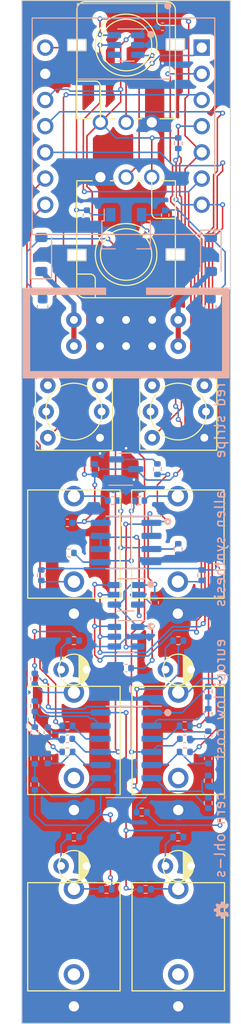
<source format=kicad_pcb>
(kicad_pcb (version 20221018) (generator pcbnew)
  (layers (0 "F.Cu" signal) (31 "B.Cu" signal) (34 "B.Paste" user) (35 "F.Paste" user) (36 "B.SilkS" user "B.Silkscreen") (37 "F.SilkS" user "F.Silkscreen") (38 "B.Mask" user) (39 "F.Mask" user) (44 "Edge.Cuts" user))
  (net 0 "")
  (net 1 "+12V")
  (net 2 "Earth")
  (net 3 "-12V")
  (net 4 "Net-(U1A-+)")
  (net 5 "Net-(U1C-+)")
  (net 6 "Net-(U1B-+)")
  (net 7 "Net-(U1D-+)")
  (net 8 "+3V3")
  (net 9 "Net-(D2-A)")
  (net 10 "Net-(D3-K)")
  (net 12 "Net-(J4-T)")
  (net 14 "Net-(J5-T)")
  (net 16 "Net-(J6-T)")
  (net 18 "Net-(J7-T)")
  (net 19 "Net-(J8-TN)")
  (net 20 "Net-(J8-T)")
  (net 21 "Net-(J9-TN)")
  (net 22 "Net-(J9-T)")
  (net 23 "Net-(LED1-A)")
  (net 24 "Net-(LED2-A)")
  (net 25 "Net-(LED3-A)")
  (net 26 "Net-(LED4-A)")
  (net 27 "KNOB_1")
  (net 28 "KNOB_2")
  (net 29 "OUTPUT_1")
  (net 30 "OUTPUT_3")
  (net 31 "Net-(U1A--)")
  (net 32 "Net-(U1C--)")
  (net 33 "Net-(R5-Pad2)")
  (net 34 "Net-(R10-Pad2)")
  (net 35 "OUTPUT_2")
  (net 36 "OUTPUT_4")
  (net 37 "Net-(U1B--)")
  (net 38 "Net-(U1D--)")
  (net 39 "Net-(R15-Pad2)")
  (net 40 "Net-(R16-Pad2)")
  (net 41 "INPUT_DETECT")
  (net 42 "Net-(U2A-+)")
  (net 43 "Net-(U2B-+)")
  (net 44 "BUTTON_1")
  (net 45 "BUTTON_2")
  (net 50 "Net-(U2A--)")
  (net 51 "Net-(U2B--)")
  (net 56 "+5V")
  (net 57 "Net-(Q1-B)")
  (net 58 "DIGITAL_INPUT")
  (net 59 "ADC_SDA")
  (net 60 "ADC_SCL")
  (footprint "allen-synthesis:jack-thonkiconn-mono" (layer "F.Cu") (at 5.08 91.583 90)
    (fp_text reference "J5" hide)
    (fp_text value "Thonkiconn")
  )
  (footprint "allen-synthesis:led-3mm" (layer "F.Cu") (at 5.08 83.963)
    (fp_text reference "LED2" hide)
    (fp_text value "LED" hide)
  )
  (footprint "allen-synthesis:led-3mm" (layer "F.Cu") (at 15.24 64.913)
    (fp_text reference "LED3" hide)
    (fp_text value "LED" hide)
  )
  (footprint "allen-synthesis:potentiometer-9mm" (layer "F.Cu") (at 10.16 24.638 180)
    (fp_text reference "P2" hide)
    (fp_text value "Potentiometer_9mm_Vertical_Linear" hide)
    (fp_rect (start -5.7 0.55) (end -3.9 -0.55) (stroke (width 0.12)) (fill none) (layer "Edge.Cuts"))
    (fp_rect (start 3.9 0.5) (end 5.7 -0.6) (stroke (width 0.12)) (fill none) (layer "Edge.Cuts"))
  )
  (footprint "allen-synthesis:jack-thonkiconn-mono" (layer "F.Cu") (at 5.08 53.483 90)
    (fp_text reference "J8" hide)
    (fp_text value "Thonkiconn")
  )
  (footprint "allen-synthesis:potentiometer-9mm" (layer "F.Cu") (at 10.16 4.318)
    (fp_text reference "P1" hide)
    (fp_text value "Potentiometer_9mm_Vertical_Linear" hide)
    (fp_rect (start -5.7 0.55) (end -3.9 -0.55) (stroke (width 0.12)) (fill none) (layer "Edge.Cuts"))
    (fp_rect (start 3.9 0.5) (end 5.7 -0.6) (stroke (width 0.12)) (fill none) (layer "Edge.Cuts"))
  )
  (footprint "allen-synthesis:jack-thonkiconn-mono" (layer "F.Cu") (at 15.24 72.533 90)
    (fp_text reference "J6" hide)
    (fp_text value "Thonkiconn")
  )
  (footprint "allen-synthesis:led-3mm" (layer "F.Cu") (at 5.08 64.913)
    (fp_text reference "LED1" hide)
    (fp_text value "LED" hide)
  )
  (footprint "allen-synthesis:jack-thonkiconn-mono" (layer "F.Cu") (at 15.2 53.483 90)
    (fp_text reference "J9" hide)
    (fp_text value "Thonkiconn")
  )
  (footprint "allen-synthesis:jack-thonkiconn-mono" (layer "F.Cu") (at 15.24 91.583 90)
    (fp_text reference "J7" hide)
    (fp_text value "Thonkiconn")
  )
  (footprint "allen-synthesis:led-3mm" (layer "F.Cu") (at 15.24 83.963)
    (fp_text reference "LED4" hide)
    (fp_text value "LED" hide)
  )
  (footprint "Eurorack:PB01-109TL low Profile Illuminated Button" (layer "F.Cu") (at 5.08 39.878)
    (fp_text reference "SW1" hide)
    (fp_text value "SW_Push_LED")
  )
  (footprint "Eurorack:PB01-109TL low Profile Illuminated Button" (layer "F.Cu") (at 15.24 39.878)
    (fp_text reference "SW2" hide)
    (fp_text value "SW_Push_LED")
  )
  (footprint "allen-synthesis:jack-thonkiconn-mono" (layer "F.Cu") (at 5.08 72.533 90)
    (fp_text reference "J4" hide)
    (fp_text value "Thonkiconn")
  )
  (footprint "Resistor_SMD:R_0402_1005Metric" (layer "B.Cu") (at 4.445 72.898 180)
    (fp_text reference "R2" hide)
    (fp_text value "1K")
  )
  (footprint "Resistor_SMD:R_0402_1005Metric" (layer "B.Cu") (at 1.27 73.533 90)
    (fp_text reference "R4" hide)
    (fp_text value "33K")
  )
  (footprint "Capacitor_SMD:C_0402_1005Metric" (layer "B.Cu") (at 4.445 71.628)
    (fp_text reference "C6" hide)
    (fp_text value "100n")
  )
  (footprint "Resistor_SMD:R_0402_1005Metric" (layer "B.Cu") (at 15.24 62.103)
    (fp_text reference "R19" hide)
    (fp_text value "5K6")
  )
  (footprint "Package_TO_SOT_SMD:SOT-89-3" (layer "B.Cu") (at 10.16 22.733 -90)
    (fp_text reference "U3" hide)
    (fp_text value "~")
  )
  (footprint "Resistor_SMD:R_0402_1005Metric" (layer "B.Cu") (at 1.27 70.993 -90)
    (fp_text reference "R14" hide)
    (fp_text value "33K")
  )
  (footprint "Package_SO:SOIC-8_3.9x4.9mm_P1.27mm" (layer "B.Cu") (at 10.16 52.578 180)
    (fp_text reference "U2" hide)
    (fp_text value "MCP6002-xSN")
  )
  (footprint "Capacitor_SMD:C_0402_1005Metric" (layer "B.Cu") (at 18.161 71.374 -90)
    (fp_text reference "C3" hide)
    (fp_text value "100n")
  )
  (footprint "Resistor_SMD:R_0402_1005Metric" (layer "B.Cu") (at 15.875 70.358)
    (fp_text reference "R1" hide)
    (fp_text value "1K")
  )
  (footprint "Package_TO_SOT_SMD:TSOT-23-6" (layer "B.Cu") (at 10.16 4.318 180)
    (fp_text reference "U7" hide)
    (fp_text value "ADC121C027CIMK")
  )
  (footprint "Resistor_SMD:R_0402_1005Metric" (layer "B.Cu") (at 1.27 76.073 -90)
    (fp_text reference "R6" hide)
    (fp_text value "75K")
  )
  (footprint "Resistor_SMD:R_0402_1005Metric" (layer "B.Cu") (at 18.161 69.215 -90)
    (fp_text reference "R3" hide)
    (fp_text value "33K")
  )
  (footprint "Package_SO:SOIC-14_3.9x8.7mm_P1.27mm" (layer "B.Cu") (at 10.16 72.898 180)
    (fp_text reference "U1" hide)
    (fp_text value "TL074")
  )
  (footprint "Capacitor_SMD:C_0402_1005Metric" (layer "B.Cu") (at 13.97 20.828 -90)
    (fp_text reference "C10" hide)
    (fp_text value "100n")
  )
  (footprint "Resistor_SMD:R_0402_1005Metric" (layer "B.Cu") (at 18.161 67.056 90)
    (fp_text reference "R5" hide)
    (fp_text value "75K")
  )
  (footprint "Resistor_SMD:R_0402_1005Metric" (layer "B.Cu") (at 1.27 65.786 90)
    (fp_text reference "R7" hide)
    (fp_text value "1K")
  )
  (footprint "Capacitor_SMD:C_0402_1005Metric" (layer "B.Cu") (at 6.35 20.828 -90)
    (fp_text reference "C11" hide)
    (fp_text value "100n")
  )
  (footprint "Resistor_SMD:R_0402_1005Metric" (layer "B.Cu") (at 12.065 86.233 180)
    (fp_text reference "R18" hide)
    (fp_text value "1K")
  )
  (footprint "Diode_SMD:D_SOD-123" (layer "B.Cu") (at 1.905 24.638 90)
    (fp_text reference "D3" hide)
    (fp_text value "D")
  )
  (footprint "Resistor_SMD:R_0402_1005Metric" (layer "B.Cu") (at 13.208 45.466 -90)
    (fp_text reference "R28" hide)
    (fp_text value "100K")
  )
  (footprint "Resistor_SMD:R_0402_1005Metric" (layer "B.Cu") (at 8.89 48.514 180)
    (fp_text reference "R22" hide)
    (fp_text value "100K")
  )
  (footprint "Resistor_SMD:R_0402_1005Metric" (layer "B.Cu") (at 4.445 70.358 180)
    (fp_text reference "R12" hide)
    (fp_text value "1K")
  )
  (footprint "allen-synthesis:power-header-10-pin-unlabelled" (layer "B.Cu") (at 10.16 32.258 180)
    (fp_text reference "J1" hide)
    (fp_text value "Conn_02x05_Odd_Even" hide)
  )
  (footprint "Capacitor_SMD:C_0402_1005Metric" (layer "B.Cu") (at 13.716 2.54)
    (fp_text reference "C14" hide)
    (fp_text value "100n")
  )
  (footprint "Diode_SMD:D_SOD-123" (layer "B.Cu") (at 18.415 24.638 -90)
    (fp_text reference "D2" hide)
    (fp_text value "D")
  )
  (footprint "Capacitor_SMD:C_0603_1608Metric" (layer "B.Cu") (at 18.415 29.718 -90)
    (fp_text reference "C1" hide)
    (fp_text value "10u")
  )
  (footprint "Resistor_SMD:R_0402_1005Metric" (layer "B.Cu") (at 1.905 55.753 -90)
    (fp_text reference "R21" hide)
    (fp_text value "100K")
  )
  (footprint "Resistor_SMD:R_0402_1005Metric" (layer "B.Cu") (at 15.24 81.153)
    (fp_text reference "R20" hide)
    (fp_text value "5K6")
  )
  (footprint "Resistor_SMD:R_0402_1005Metric" (layer "B.Cu") (at 15.24 53.213 -90)
    (fp_text reference "R25" hide)
    (fp_text value "47K")
  )
  (footprint "Resistor_SMD:R_0402_1005Metric" (layer "B.Cu") (at 11.43 48.514)
    (fp_text reference "R24" hide)
    (fp_text value "100K")
  )
  (footprint "Capacitor_SMD:C_0603_1608Metric" (layer "B.Cu") (at 2.032 29.718 90)
    (fp_text reference "C2" hide)
    (fp_text value "10u")
  )
  (footprint "Resistor_SMD:R_0402_1005Metric" (layer "B.Cu") (at 5.08 62.103)
    (fp_text reference "R9" hide)
    (fp_text value "5K6")
  )
  (footprint "Package_TO_SOT_SMD:SOT-23" (layer "B.Cu") (at 10.16 45.466)
    (fp_text reference "Q1" hide)
    (fp_text value "S8050")
  )
  (footprint "Capacitor_SMD:C_0402_1005Metric" (layer "B.Cu") (at 12.954 58.42 -90)
    (fp_text reference "C12" hide)
    (fp_text value "100n")
  )
  (footprint "Resistor_SMD:R_0402_1005Metric" (layer "B.Cu") (at 18.161 77.851 -90)
    (fp_text reference "R15" hide)
    (fp_text value "75K")
  )
  (footprint "Resistor_SMD:R_0402_1005Metric" (layer "B.Cu") (at 11.684 78.74 180)
    (fp_text reference "R17" hide)
    (fp_text value "1K")
  )
  (footprint "Capacitor_SMD:C_0402_1005Metric" (layer "B.Cu") (at 2.54 73.533 90)
    (fp_text reference "C4" hide)
    (fp_text value "100n")
  )
  (footprint "Capacitor_SMD:C_0402_1005Metric" (layer "B.Cu") (at 15.875 71.628)
    (fp_text reference "C5" hide)
    (fp_text value "100n")
  )
  (footprint "Capacitor_SMD:C_0402_1005Metric" (layer "B.Cu") (at 10.16 64.77 180)
    (fp_text reference "C13" hide)
    (fp_text value "100n")
  )
  (footprint "Resistor_SMD:R_0402_1005Metric" (layer "B.Cu") (at 17.526 55.753 -90)
    (fp_text reference "R23" hide)
    (fp_text value "100K")
  )
  (footprint "Capacitor_SMD:C_0402_1005Metric" (layer "B.Cu") (at 2.54 70.993 -90)
    (fp_text reference "C8" hide)
    (fp_text value "100n")
  )
  (footprint "XIAO_PCB:MOUDLE14P-2.54-21X17.8MM" (layer "B.Cu") (at 9.906 12.192 90)
    (fp_text reference "U4" hide)
    (fp_text value "SEEEDUINO-XIAO")
  )
  (footprint "Resistor_SMD:R_0402_1005Metric" (layer "B.Cu") (at 8.255 86.233)
    (fp_text reference "R8" hide)
    (fp_text value "1K")
  )
  (footprint "Resistor_SMD:R_0402_1005Metric" (layer "B.Cu") (at 15.875 72.898)
    (fp_text reference "R11" hide)
    (fp_text value "1K")
  )
  (footprint "Package_TO_SOT_SMD:TSOT-23-6" (layer "B.Cu") (at 10.16 57.658 180)
    (fp_text reference "U5" hide)
    (fp_text value "ADC121C027CIMK")
  )
  (footprint "Capacitor_SMD:C_0402_1005Metric" (layer "B.Cu") (at 4.445 50.673 180)
    (fp_text reference "C9" hide)
    (fp_text value "100n")
  )
  (footprint "Package_TO_SOT_SMD:TSOT-23-6" (layer "B.Cu") (at 10.16 61.722 180)
    (fp_text reference "U6" hide)
    (fp_text value "ADC121C027CIMK")
  )
  (footprint "Resistor_SMD:R_0402_1005Metric" (layer "B.Cu") (at 1.27 68.453 90)
    (fp_text reference "R16" hide)
    (fp_text value "75K")
  )
  (footprint "Resistor_SMD:R_0402_1005Metric" (layer "B.Cu") (at 5.08 81.153)
    (fp_text reference "R10" hide)
    (fp_text value "5K6")
  )
  (footprint "Capacitor_SMD:C_0402_1005Metric" (layer "B.Cu") (at 18.161 73.533 90)
    (fp_text reference "C7" hide)
    (fp_text value "100n")
  )
  (footprint "Resistor_SMD:R_0402_1005Metric" (layer "B.Cu") (at 18.161 75.692 -90)
    (fp_text reference "R13" hide)
    (fp_text value "33K")
  )
  (footprint "Resistor_SMD:R_0402_1005Metric" (layer "B.Cu") (at 4.572 53.594 180)
    (fp_text reference "R26" hide)
    (fp_text value "47K")
  )
  (footprint "Resistor_SMD:R_0402_1005Metric" (layer "B.Cu") (at 7.112 45.466 90)
    (fp_text reference "R29" hide)
    (fp_text value "47K")
  )
  (footprint "Resistor_SMD:R_0402_1005Metric" (layer "B.Cu") (at 15.24 13.843 -90)
    (fp_text reference "R27" hide)
    (fp_text value "1K")
  )
  (gr_circle (center 12.573 60.706) (end 12.573 60.452) (stroke (width 0.2)) (fill solid) (layer "B.SilkS"))
  (gr_circle (center 14.224 50.546) (end 13.97 50.546) (stroke (width 0.2)) (fill solid) (layer "B.SilkS"))
  (gr_circle (center 14.224 69.088) (end 14.224 68.834) (stroke (width 0.2)) (fill solid) (layer "B.SilkS"))
  (gr_circle (center 12.573 3.302) (end 12.573 3.048) (stroke (width 0.2)) (fill solid) (layer "B.SilkS"))
  (gr_poly (pts (xy 20.188951 88.745931) (xy 20.029516 88.908929) (xy 19.847689 88.79288) (xy 19.690273 88.856543) (xy 19.641883 89.070325) (xy 19.424964 89.074149) (xy 19.374804 88.851446) (xy 19.213855 88.781738) (xy 19.025114 88.903887) (xy 18.870429 88.739946) (xy 18.993693 88.557384) (xy 18.931802 88.402646) (xy 18.706 88.35289) (xy 18.710879 88.131053) (xy 18.930606 88.087747) (xy 18.993799 87.934137) (xy 18.868893 87.742138) (xy 19.028946 87.585624) (xy 19.20536 87.704929) (xy 19.366756 87.644075) (xy 19.422136 87.420903) (xy 19.642033 87.424507) (xy 19.685412 87.634318) (xy 19.845651 87.700961) (xy 20.025567 87.58719) (xy 20.189964 87.740987) (xy 20.076515 87.9169) (xy 20.117903 88.000457) (xy 19.747251 88.151792) (xy 19.701765 88.089625) (xy 19.646056 88.046243) (xy 19.578332 88.021464) (xy 19.504173 88.019061) (xy 19.415215 88.037553) (xy 19.364415 88.06688) (xy 19.313615 88.14308) (xy 19.307937 88.200972) (xy 19.304 88.265) (xy 19.313615 88.315729) (xy 19.342602 88.375969) (xy 19.382898 88.421289) (xy 19.428741 88.452249) (xy 19.492753 88.473845) (xy 19.556179 88.476296) (xy 19.613418 88.463264) (xy 19.66413 88.437084) (xy 19.701765 88.405027) (xy 19.727912 88.37168) (xy 19.753164 88.339112) (xy 20.117365 88.488762) (xy 20.077445 88.582541)) (stroke (width 0.02)) (fill solid) (layer "B.SilkS"))
  (gr_circle (center 12.573 56.642) (end 12.573 56.388) (stroke (width 0.2)) (fill solid) (layer "B.SilkS"))
  (gr_circle (center 14.224 0.508) (end 13.97 0.508) (stroke (width 0.2)) (fill solid) (layer "B.SilkS"))
  (gr_rect (start 0 0) (end 20.32 99.238) (stroke (width 0.1)) (fill none) (layer "Edge.Cuts"))
  (gr_text "red stripe    allen synthesis    europi low cost    cern ohl-s" (at 19.304 36.957 90) (layer "B.SilkS") (effects (font (size 1 1)) (justify left mirror)))
  (segment (start 11.176 43.688) (end 11.176 34.798) (width 0.15) (layer "F.Cu") (net 1))
  (segment (start 11.43 23.114) (end 12.192 22.352) (width 0.15) (layer "F.Cu") (net 1))
  (segment (start 10.6845 72.898) (end 10.6845 61.4515) (width 0.15) (layer "F.Cu") (net 1))
  (segment (start 11.176 34.798) (end 11.43 34.544) (width 0.15) (layer "F.Cu") (net 1))
  (segment (start 11.955 44.467) (end 11.176 43.688) (width 0.15) (layer "F.Cu") (net 1))
  (segment (start 11.955 60.181) (end 11.955 44.467) (width 0.15) (layer "F.Cu") (net 1))
  (segment (start 10.6845 61.4515) (end 11.938 60.198) (width 0.15) (layer "F.Cu") (net 1))
  (segment (start 11.938 60.198) (end 11.955 60.181) (width 0.15) (layer "F.Cu") (net 1))
  (segment (start 11.43 34.544) (end 11.43 23.114) (width 0.15) (layer "F.Cu") (net 1))
  (via (at 12.192 22.352) (size 0.5) (drill 0.25) (layers "F.Cu" "B.Cu") (net 1))
  (via (at 10.6845 72.898) (size 0.5) (drill 0.25) (layers "F.Cu" "B.Cu") (net 1))
  (segment (start 12.635 72.898) (end 13.23 72.303) (width 0.15) (layer "B.Cu") (net 1))
  (segment (start 13.998 20.32) (end 13.97 20.348) (width 0.15) (layer "B.Cu") (net 1))
  (segment (start 13.535 20.783) (end 11.66 20.783) (width 0.15) (layer "B.Cu") (net 1))
  (segment (start 12.192 22.352) (end 11.66 21.82) (width 0.15) (layer "B.Cu") (net 1))
  (segment (start 14.72 72.303) (end 15.395 71.628) (width 0.15) (layer "B.Cu") (net 1))
  (segment (start 13.23 72.303) (end 14.72 72.303) (width 0.15) (layer "B.Cu") (net 1))
  (segment (start 19.812 27.546) (end 18.415 28.943) (width 0.15) (layer "B.Cu") (net 1))
  (segment (start 11.66 21.82) (end 11.66 20.783) (width 0.15) (layer "B.Cu") (net 1))
  (segment (start 19.812 24.385) (end 19.812 27.546) (width 0.15) (layer "B.Cu") (net 1))
  (segment (start 18.415 22.988) (end 17.908 22.988) (width 0.15) (layer "B.Cu") (net 1))
  (segment (start 13.97 20.348) (end 13.535 20.783) (width 0.15) (layer "B.Cu") (net 1))
  (segment (start 15.24 20.32) (end 13.998 20.32) (width 0.15) (layer "B.Cu") (net 1))
  (segment (start 17.908 22.988) (end 15.24 20.32) (width 0.15) (layer "B.Cu") (net 1))
  (segment (start 18.415 22.988) (end 19.812 24.385) (width 0.15) (layer "B.Cu") (net 1))
  (segment (start 12.635 72.898) (end 10.6845 72.898) (width 0.15) (layer "B.Cu") (net 1))
  (via (at 7.62 43.942) (size 0.5) (drill 0.25) (layers "F.Cu" "B.Cu") (net 2))
  (via (at 10.922 46.482) (size 0.5) (drill 0.25) (layers "F.Cu" "B.Cu") (net 2))
  (via (at 10.16 43.434) (size 0.5) (drill 0.25) (layers "F.Cu" "B.Cu") (net 2))
  (via (at 13.716 6.096) (size 0.5) (drill 0.25) (layers "F.Cu" "B.Cu") (net 2))
  (segment (start 6.924 62.672) (end 6.33 63.266) (width 0.15) (layer "B.Cu") (net 2))
  (segment (start 9.336041 62.672) (end 9.0225 62.672) (width 0.15) (layer "B.Cu") (net 2))
  (segment (start 11.712 57.658) (end 12.954 58.9) (width 0.15) (layer "B.Cu") (net 2))
  (segment (start 17.935 71.628) (end 18.161 71.854) (width 0.15) (layer "B.Cu") (net 2))
  (segment (start 9.0225 62.672) (end 6.924 62.672) (width 0.15) (layer "B.Cu") (net 2))
  (segment (start 10.286041 61.722) (end 9.336041 62.672) (width 0.15) (layer "B.Cu") (net 2))
  (segment (start 6.33 63.266) (end 6.33 64.913) (width 0.15) (layer "B.Cu") (net 2))
  (segment (start 2.695 71.628) (end 2.54 71.473) (width 0.15) (layer "B.Cu") (net 2))
  (segment (start 16.355 71.628) (end 17.935 71.628) (width 0.15) (layer "B.Cu") (net 2))
  (segment (start 3.965 71.628) (end 2.695 71.628) (width 0.15) (layer "B.Cu") (net 2))
  (segment (start 11.2975 61.722) (end 10.286041 61.722) (width 0.15) (layer "B.Cu") (net 2))
  (segment (start 11.2975 57.658) (end 11.712 57.658) (width 0.15) (layer "B.Cu") (net 2))
  (segment (start 8.89 23.622) (end 8.382 23.114) (width 0.15) (layer "F.Cu") (net 3))
  (segment (start 9.398 72.898) (end 9.127 72.627) (width 0.15) (layer "F.Cu") (net 3))
  (segment (start 8.89 34.544) (end 8.89 23.622) (width 0.15) (layer "F.Cu") (net 3))
  (segment (start 9.127 72.627) (end 9.127 34.781) (width 0.15) (layer "F.Cu") (net 3))
  (segment (start 9.127 34.781) (end 8.89 34.544) (width 0.15) (layer "F.Cu") (net 3))
  (via (at 9.398 72.898) (size 0.5) (drill 0.25) (layers "F.Cu" "B.Cu") (net 3))
  (via (at 8.382 23.114) (size 0.5) (drill 0.25) (layers "F.Cu" "B.Cu") (net 3))
  (segment (start 8.382 23.114) (end 2.031 23.114) (width 0.15) (layer "B.Cu") (net 3))
  (segment (start 7.685 72.898) (end 9.398 72.898) (width 0.15) (layer "B.Cu") (net 3))
  (segment (start 2.031 23.114) (end 1.905 22.988) (width 0.15) (layer "B.Cu") (net 3))
  (segment (start 0.508 24.385) (end 0.508 27.419) (width 0.15) (layer "B.Cu") (net 3))
  (segment (start 4.925 71.628) (end 6.195 72.898) (width 0.15) (layer "B.Cu") (net 3))
  (segment (start 1.905 22.988) (end 0.508 24.385) (width 0.15) (layer "B.Cu") (net 3))
  (segment (start 6.195 72.898) (end 7.685 72.898) (width 0.15) (layer "B.Cu") (net 3))
  (segment (start 0.508 27.419) (end 2.032 28.943) (width 0.15) (layer "B.Cu") (net 3))
  (segment (start 14.095 71.628) (end 12.635 71.628) (width 0.15) (layer "B.Cu") (net 4))
  (segment (start 15.365 70.358) (end 14.095 71.628) (width 0.15) (layer "B.Cu") (net 4))
  (segment (start 18.161 70.894) (end 18.102 70.953) (width 0.15) (layer "B.Cu") (net 4))
  (segment (start 15.96 70.953) (end 15.365 70.358) (width 0.15) (layer "B.Cu") (net 4))
  (segment (start 18.102 70.953) (end 15.96 70.953) (width 0.15) (layer "B.Cu") (net 4))
  (segment (start 3.84 74.013) (end 4.955 72.898) (width 0.15) (layer "B.Cu") (net 5))
  (segment (start 6.225 74.168) (end 7.685 74.168) (width 0.15) (layer "B.Cu") (net 5))
  (segment (start 4.955 72.898) (end 6.225 74.168) (width 0.15) (layer "B.Cu") (net 5))
  (segment (start 2.54 74.013) (end 3.84 74.013) (width 0.15) (layer "B.Cu") (net 5))
  (segment (start 14.095 74.168) (end 12.635 74.168) (width 0.15) (layer "B.Cu") (net 6))
  (segment (start 16.48 74.013) (end 15.365 72.898) (width 0.15) (layer "B.Cu") (net 6))
  (segment (start 18.161 74.013) (end 16.48 74.013) (width 0.15) (layer "B.Cu") (net 6))
  (segment (start 15.365 72.898) (end 14.095 74.168) (width 0.15) (layer "B.Cu") (net 6))
  (segment (start 2.54 70.513) (end 3.07 71.043) (width 0.15) (layer "B.Cu") (net 7))
  (segment (start 4.27 71.043) (end 4.955 70.358) (width 0.15) (layer "B.Cu") (net 7))
  (segment (start 6.225 71.628) (end 7.685 71.628) (width 0.15) (layer "B.Cu") (net 7))
  (segment (start 3.07 71.043) (end 4.27 71.043) (width 0.15) (layer "B.Cu") (net 7))
  (segment (start 4.955 70.358) (end 6.225 71.628) (width 0.15) (layer "B.Cu") (net 7))
  (segment (start 6.35 26.416) (end 6.858 25.908) (width 0.15) (layer "F.Cu") (net 8))
  (segment (start 6.858 18.542) (end 6.35 18.034) (width 0.15) (layer "F.Cu") (net 8))
  (segment (start 9.6355 4.3345) (end 10.16 3.81) (width 0.15) (layer "F.Cu") (net 8))
  (segment (start 7.112 49.53) (end 6.096 50.546) (width 0.15) (layer "F.Cu") (net 8))
  (segment (start 12.305 53.594) (end 12.305 50.546) (width 0.15) (layer "F.Cu") (net 8))
  (segment (start 12.954 56.642) (end 12.305 55.993) (width 0.15) (layer "F.Cu") (net 8))
  (segment (start 12.66 13.373) (end 12.7 13.333) (width 0.15) (layer "F.Cu") (net 8))
  (segment (start 6.117 34.777) (end 6.35 34.544) (width 0.15) (layer "F.Cu") (net 8))
  (segment (start 6.35 34.544) (end 6.35 26.416) (width 0.15) (layer "F.Cu") (net 8))
  (segment (start 7.112 46.99) (end 7.112 49.53) (width 0.15) (layer "F.Cu") (net 8))
  (segment (start 12.305 49.9585) (end 12.4795 49.784) (width 0.15) (layer "F.Cu") (net 8))
  (segment (start 6.096 45.974) (end 6.117 45.953) (width 0.15) (layer "F.Cu") (net 8))
  (segment (start 12.66 17.138) (end 12.66 13.373) (width 0.15) (layer "F.Cu") (net 8))
  (segment (start 12.305 55.993) (end 12.305 53.594) (width 0.15) (layer "F.Cu") (net 8))
  (segment (start 7.66 11.818) (end 9.6355 9.8425) (width 0.15) (layer "F.Cu") (net 8))
  (segment (start 6.117 45.953) (end 6.117 34.777) (width 0.15) (layer "F.Cu") (net 8))
  (segment (start 9.6355 9.8425) (end 9.6355 4.3345) (width 0.15) (layer "F.Cu") (net 8))
  (segment (start 12.7 64.008) (end 12.7 60.706) (width 0.15) (layer "F.Cu") (net 8))
  (segment (start 6.35 18.034) (end 6.35 13.128) (width 0.15) (layer "F.Cu") (net 8))
  (segment (start 6.35 13.128) (end 7.66 11.818) (width 0.15) (layer "F.Cu") (net 8))
  (segment (start 6.858 25.908) (end 6.858 18.542) (width 0.15) (layer "F.Cu") (net 8))
  (segment (start 12.305 50.546) (end 12.305 49.9585) (width 0.15) (layer "F.Cu") (net 8))
  (via (at 12.4795 49.784) (size 0.5) (drill 0.25) (layers "F.Cu" "B.Cu") (net 8))
  (via (at 10.16 3.81) (size 0.5) (drill 0.25) (layers "F.Cu" "B.Cu") (net 8))
  (via (at 12.7 64.008) (size 0.5) (drill 0.25) (layers "F.Cu" "B.Cu") (net 8))
  (via (at 6.096 45.974) (size 0.5) (drill 0.25) (layers "F.Cu" "B.Cu") (net 8))
  (via (at 12.954 56.642) (size 0.5) (drill 0.25) (layers "F.Cu" "B.Cu") (net 8))
  (via (at 12.7 60.706) (size 0.5) (drill 0.25) (layers "F.Cu" "B.Cu") (net 8))
  (via (at 6.096 50.546) (size 0.5) (drill 0.25) (layers "F.Cu" "B.Cu") (net 8))
  (via (at 7.112 46.99) (size 0.5) (drill 0.25) (layers "F.Cu" "B.Cu") (net 8))
  (via (at 9.6355 8.6195) (size 0.5) (drill 0.25) (layers "F.Cu" "B.Cu") (net 8))
  (via (at 12.7 13.333) (size 0.5) (drill 0.25) (layers "F.Cu" "B.Cu") (net 8))
  (segment (start 9.0225 58.608) (end 9.1335 58.608) (width 0.15) (layer "B.Cu") (net 8))
  (segment (start 11.3635 60.706) (end 11.2975 60.772) (width 0.15) (layer "B.Cu") (net 8))
  (segment (start 12.4795 49.784) (end 12.2085 50.055) (width 0.15) (layer "B.Cu") (net 8))
  (segment (start 12.2085 50.055) (end 8.303 50.055) (width 0.15) (layer "B.Cu") (net 8))
  (segment (start 11.2975 56.708) (end 12.888 56.708) (width 0.15) (layer "B.Cu") (net 8))
  (segment (start 7.112 45.976) (end 6.098 45.976) (width 0.15) (layer "B.Cu") (net 8))
  (segment (start 8.303 50.055) (end 7.685 50.673) (width 0.15) (layer "B.Cu") (net 8))
  (segment (start 15.24 13.333) (end 12.7 13.333) (width 0.15) (layer "B.Cu") (net 8))
  (segment (start 12.954 56.642) (end 12.954 57.94) (width 0.15) (layer "B.Cu") (net 8))
  (segment (start 9.175 13.333) (end 7.66 11.818) (width 0.15) (layer "B.Cu") (net 8))
  (segment (start 6.098 45.976) (end 6.096 45.974) (width 0.15) (layer "B.Cu") (net 8))
  (segment (start 11.938 64.77) (end 12.7 64.008) (width 0.15) (layer "B.Cu") (net 8))
  (segment (start 7.112 45.976) (end 7.112 46.99) (width 0.15) (layer "B.Cu") (net 8))
  (segment (start 9.1335 58.608) (end 11.2975 60.772) (width 0.15) (layer "B.Cu") (net 8))
  (segment (start 9.464 58.608) (end 9.0225 58.608) (width 0.15) (layer "B.Cu") (net 8))
  (segment (start 4.710463 8.794) (end 9.461 8.794) (width 0.15) (layer "B.Cu") (net 8))
  (segment (start 12.7 13.333) (end 9.175 13.333) (width 0.15) (layer "B.Cu") (net 8))
  (segment (start 12.7 60.706) (end 11.3635 60.706) (width 0.15) (layer "B.Cu") (net 8))
  (segment (start 4.925 50.673) (end 5.969 50.673) (width 0.15) (layer "B.Cu") (net 8))
  (segment (start 10.602 3.368) (end 11.2975 3.368) (width 0.15) (layer "B.Cu") (net 8))
  (segment (start 13.236 2.54) (end 12.1255 2.54) (width 0.15) (layer "B.Cu") (net 8))
  (segment (start 9.461 8.794) (end 9.6355 8.6195) (width 0.15) (layer "B.Cu") (net 8))
  (segment (start 7.558 50.546) (end 7.685 50.673) (width 0.15) (layer "B.Cu") (net 8))
  (segment (start 2.286 9.652) (end 3.319 8.619) (width 0.15) (layer "B.Cu") (net 8))
  (segment (start 5.969 50.673) (end 6.096 50.546) (width 0.15) (layer "B.Cu") (net 8))
  (segment (start 9.96 58.112) (end 9.464 58.608) (width 0.15) (layer "B.Cu") (net 8))
  (segment (start 10.64 64.77) (end 11.938 64.77) (width 0.15) (layer "B.Cu") (net 8))
  (segment (start 6.096 50.546) (end 7.558 50.546) (width 0.15) (layer "B.Cu") (net 8))
  (segment (start 10.602 56.708) (end 9.96 57.35) (width 0.15) (layer "B.Cu") (net 8))
  (segment (start 11.2975 56.708) (end 10.602 56.708) (width 0.15) (layer "B.Cu") (net 8))
  (segment (start 10.16 3.81) (end 10.602 3.368) (width 0.15) (layer "B.Cu") (net 8))
  (segment (start 12.888 56.708) (end 12.954 56.642) (width 0.15) (layer "B.Cu") (net 8))
  (segment (start 12.1255 2.54) (end 11.2975 3.368) (width 0.15) (layer "B.Cu") (net 8))
  (segment (start 3.319 8.619) (end 4.535463 8.619) (width 0.15) (layer "B.Cu") (net 8))
  (segment (start 9.96 57.35) (end 9.96 58.112) (width 0.15) (layer "B.Cu") (net 8))
  (segment (start 4.535463 8.619) (end 4.710463 8.794) (width 0.15) (layer "B.Cu") (net 8))
  (segment (start 15.24 30.988) (end 15.24 33.528) (width 0.5) (layer "F.Cu") (net 9))
  (segment (start 18.415 26.288) (end 15.24 29.463) (width 0.5) (layer "B.Cu") (net 9))
  (segment (start 15.24 29.463) (end 15.24 30.988) (width 0.5) (layer "B.Cu") (net 9))
  (segment (start 5.08 30.988) (end 5.08 33.528) (width 0.5) (layer "F.Cu") (net 10))
  (segment (start 1.905 26.288) (end 5.08 29.463) (width 0.5) (layer "B.Cu") (net 10))
  (segment (start 5.08 29.463) (end 5.08 30.988) (width 0.5) (layer "B.Cu") (net 10))
  (segment (start 1.27 66.296) (end 2.107 67.133) (width 0.15) (layer "B.Cu") (net 12))
  (segment (start 2.107 67.133) (end 5.08 67.133) (width 0.15) (layer "B.Cu") (net 12))
  (segment (start 7.745 86.233) (end 7.695 86.183) (width 0.15) (layer "B.Cu") (net 14))
  (segment (start 7.695 86.183) (end 5.08 86.183) (width 0.15) (layer "B.Cu") (net 14))
  (segment (start 19.304 65.786) (end 19.304 80.01) (width 0.15) (layer "F.Cu") (net 16))
  (via (at 19.304 80.01) (size 0.5) (drill 0.25) (layers "F.Cu" "B.Cu") (net 16))
  (via (at 19.304 65.786) (size 0.5) (drill 0.25) (layers "F.Cu" "B.Cu") (net 16))
  (segment (start 15.24 67.133) (end 16.179 67.133) (width 0.15) (layer "B.Cu") (net 16))
  (segment (start 19.304 80.01) (end 13.343828 80.01) (width 0.15) (layer "B.Cu") (net 16))
  (segment (start 17.526 65.786) (end 19.304 65.786) (width 0.15) (layer "B.Cu") (net 16))
  (segment (start 12.194 78.860172) (end 12.194 78.74) (width 0.15) (layer "B.Cu") (net 16))
  (segment (start 13.343828 80.01) (end 12.194 78.860172) (width 0.15) (layer "B.Cu") (net 16))
  (segment (start 16.179 67.133) (end 17.526 65.786) (width 0.15) (layer "B.Cu") (net 16))
  (segment (start 12.575 86.233) (end 12.625 86.183) (width 0.15) (layer "B.Cu") (net 18))
  (segment (start 12.625 86.183) (end 15.24 86.183) (width 0.15) (layer "B.Cu") (net 18))
  (segment (start 1.905 56.263) (end 2.025 56.383) (width 0.15) (layer "B.Cu") (net 19))
  (segment (start 2.025 56.383) (end 5.08 56.383) (width 0.15) (layer "B.Cu") (net 19))
  (segment (start 8.38 48.514) (end 7.949 48.083) (width 0.15) (layer "B.Cu") (net 20))
  (segment (start 7.949 48.083) (end 5.08 48.083) (width 0.15) (layer "B.Cu") (net 20))
  (segment (start 17.526 56.263) (end 17.406 56.383) (width 0.15) (layer "B.Cu") (net 21))
  (segment (start 17.406 56.383) (end 15.2 56.383) (width 0.15) (layer "B.Cu") (net 21))
  (segment (start 11.94 48.514) (end 12.371 48.083) (width 0.15) (layer "B.Cu") (net 22))
  (segment (start 12.371 48.083) (end 15.2 48.083) (width 0.15) (layer "B.Cu") (net 22))
  (segment (start 3.83 62.843) (end 3.83 64.913) (width 0.15) (layer "B.Cu") (net 23))
  (segment (start 4.57 62.103) (end 3.83 62.843) (width 0.15) (layer "B.Cu") (net 23))
  (segment (start 3.83 81.893) (end 3.83 83.963) (width 0.15) (layer "B.Cu") (net 24))
  (segment (start 4.57 81.153) (end 3.83 81.893) (width 0.15) (layer "B.Cu") (net 24))
  (segment (start 13.99 62.843) (end 13.99 64.913) (width 0.15) (layer "B.Cu") (net 25))
  (segment (start 14.73 62.103) (end 13.99 62.843) (width 0.15) (layer "B.Cu") (net 25))
  (segment (start 13.99 81.893) (end 13.99 83.963) (width 0.15) (layer "B.Cu") (net 26))
  (segment (start 14.73 81.153) (end 13.99 81.893) (width 0.15) (layer "B.Cu") (net 26))
  (segment (start 10.16 7.874) (end 12.7 5.334) (width 0.15) (layer "F.Cu") (net 27))
  (segment (start 10.16 11.818) (end 10.16 7.874) (width 0.15) (layer "F.Cu") (net 27))
  (via (at 12.7 5.334) (size 0.5) (drill 0.25) (layers "F.Cu" "B.Cu") (net 27))
  (segment (start 12.7 5.334) (end 11.3635 5.334) (width 0.15) (layer "B.Cu") (net 27))
  (segment (start 11.3635 5.334) (end 11.2975 5.268) (width 0.15) (layer "B.Cu") (net 27))
  (segment (start 11.43 15.868) (end 11.43 7.874) (width 0.15) (layer "F.Cu") (net 28))
  (segment (start 10.16 17.138) (end 11.43 15.868) (width 0.15) (layer "F.Cu") (net 28))
  (segment (start 11.43 7.874) (end 11.43 7.366) (width 0.15) (layer "F.Cu") (net 28))
  (segment (start 11.43 7.366) (end 12.7 6.096) (width 0.15) (layer "F.Cu") (net 28))
  (via (at 12.7 6.096) (size 0.5) (drill 0.25) (layers "F.Cu" "B.Cu") (net 28))
  (segment (start 13.462 5.334) (end 16.764 5.334) (width 0.15) (layer "B.Cu") (net 28))
  (segment (start 12.7 6.096) (end 13.462 5.334) (width 0.15) (layer "B.Cu") (net 28))
  (segment (start 16.764 5.334) (end 17.526 4.572) (width 0.15) (layer "B.Cu") (net 28))
  (segment (start 19.05 11.43) (end 19.05 16.542563) (width 0.15) (layer "F.Cu") (net 29))
  (segment (start 19.112 43.955026) (end 18.192 44.875026) (width 0.15) (layer "F.Cu") (net 29))
  (segment (start 18.683 16.909563) (end 18.683 21.983052) (width 0.15) (layer "F.Cu") (net 29))
  (segment (start 18.192 44.875026) (end 18.192 69.438) (width 0.15) (layer "F.Cu") (net 29))
  (segment (start 19.05 16.542563) (end 18.683 16.909563) (width 0.15) (layer "F.Cu") (net 29))
  (segment (start 18.683 21.983052) (end 17.876 22.790052) (width 0.15) (layer "F.Cu") (net 29))
  (segment (start 19.112 36.432974) (end 19.112 43.955026) (width 0.15) (layer "F.Cu") (net 29))
  (segment (start 19.558 10.922) (end 19.05 11.43) (width 0.15) (layer "F.Cu") (net 29))
  (segment (start 17.876 22.790052) (end 17.876 35.196974) (width 0.15) (layer "F.Cu") (net 29))
  (segment (start 17.876 35.196974) (end 19.112 36.432974) (width 0.15) (layer "F.Cu") (net 29))
  (segment (start 18.192 69.438) (end 17.272 70.358) (width 0.15) (layer "F.Cu") (net 29))
  (via (at 17.272 70.358) (size 0.5) (drill 0.25) (layers "F.Cu" "B.Cu") (net 29))
  (via (at 19.558 10.922) (size 0.5) (drill 0.25) (layers "F.Cu" "B.Cu") (net 29))
  (segment (start 19.558 10.922) (end 19.429 10.793) (width 0.15) (layer "B.Cu") (net 29))
  (segment (start 19.429 10.793) (end 3.685 10.793) (width 0.15) (layer "B.Cu") (net 29))
  (segment (start 16.385 70.358) (end 17.272 70.358) (width 0.15) (layer "B.Cu") (net 29))
  (segment (start 3.685 10.793) (end 2.286 12.192) (width 0.15) (layer "B.Cu") (net 29))
  (segment (start 3.048 72.39) (end 0.508 69.85) (width 0.15) (layer "F.Cu") (net 30))
  (segment (start 0.508 19.05) (end 2.286 17.272) (width 0.15) (layer "F.Cu") (net 30))
  (segment (start 0.508 69.85) (end 0.508 19.05) (width 0.15) (layer "F.Cu") (net 30))
  (via (at 3.048 72.39) (size 0.5) (drill 0.25) (layers "F.Cu" "B.Cu") (net 30))
  (segment (start 3.935 72.898) (end 3.556 72.898) (width 0.15) (layer "B.Cu") (net 30))
  (segment (start 3.556 72.898) (end 3.048 72.39) (width 0.15) (layer "B.Cu") (net 30))
  (segment (start 17.103 69.763) (end 13.23 69.763) (width 0.15) (layer "B.Cu") (net 31))
  (segment (start 18.161 67.566) (end 18.161 68.705) (width 0.15) (layer "B.Cu") (net 31))
  (segment (start 13.23 69.763) (end 12.635 70.358) (width 0.15) (layer "B.Cu") (net 31))
  (segment (start 18.161 68.705) (end 17.103 69.763) (width 0.15) (layer "B.Cu") (net 31))
  (segment (start 7.378959 75.438) (end 7.685 75.438) (width 0.15) (layer "B.Cu") (net 32))
  (segment (start 1.27 75.563) (end 2.923 77.216) (width 0.15) (layer "B.Cu") (net 32))
  (segment (start 1.27 74.043) (end 1.27 75.563) (width 0.15) (layer "B.Cu") (net 32))
  (segment (start 5.600959 77.216) (end 7.378959 75.438) (width 0.15) (layer "B.Cu") (net 32))
  (segment (start 2.923 77.216) (end 5.600959 77.216) (width 0.15) (layer "B.Cu") (net 32))
  (segment (start 2.586128 68.517372) (end 2.586128 66.340128) (width 0.15) (layer "F.Cu") (net 33))
  (segment (start 2.586128 66.340128) (end 2.286 66.04) (width 0.15) (layer "F.Cu") (net 33))
  (segment (start 1.2535 64.516) (end 1.2535 61.214) (width 0.15) (layer "F.Cu") (net 33))
  (via (at 2.586128 68.517372) (size 0.5) (drill 0.25) (layers "F.Cu" "B.Cu") (net 33))
  (via (at 1.2535 61.214) (size 0.5) (drill 0.25) (layers "F.Cu" "B.Cu") (net 33))
  (via (at 1.2535 64.516) (size 0.5) (drill 0.25) (layers "F.Cu" "B.Cu") (net 33))
  (via (at 2.286 66.04) (size 0.5) (drill 0.25) (layers "F.Cu" "B.Cu") (net 33))
  (segment (start 2.806756 68.738) (end 2.586128 68.517372) (width 0.15) (layer "B.Cu") (net 33))
  (segment (start 2.286 66.04) (end 2.034 66.04) (width 0.15) (layer "B.Cu") (net 33))
  (segment (start 1.27 64.5325) (end 1.2535 64.516) (width 0.15) (layer "B.Cu") (net 33))
  (segment (start 18.161 66.546) (end 15.619 69.088) (width 0.15) (layer "B.Cu") (net 33))
  (segment (start 12.06 68.513) (end 6.321 68.513) (width 0.15) (layer "B.Cu") (net 33))
  (segment (start 6.096 68.738) (end 3.302 68.738) (width 0.15) (layer "B.Cu") (net 33))
  (segment (start 4.701 61.214) (end 5.59 62.103) (width 0.15) (layer "B.Cu") (net 33))
  (segment (start 2.034 66.04) (end 1.27 65.276) (width 0.15) (layer "B.Cu") (net 33))
  (segment (start 3.302 68.738) (end 2.806756 68.738) (width 0.15) (layer "B.Cu") (net 33))
  (segment (start 1.2535 61.214) (end 4.701 61.214) (width 0.15) (layer "B.Cu") (net 33))
  (segment (start 1.27 65.276) (end 1.27 64.5325) (width 0.15) (layer "B.Cu") (net 33))
  (segment (start 6.321 68.513) (end 6.096 68.738) (width 0.15) (layer "B.Cu") (net 33))
  (segment (start 12.635 69.088) (end 12.06 68.513) (width 0.15) (layer "B.Cu") (net 33))
  (segment (start 15.619 69.088) (end 12.635 69.088) (width 0.15) (layer "B.Cu") (net 33))
  (segment (start 8.636 85.09) (end 8.636 78.994) (width 0.15) (layer "F.Cu") (net 34))
  (via (at 8.636 85.09) (size 0.5) (drill 0.25) (layers "F.Cu" "B.Cu") (net 34))
  (via (at 8.636 78.994) (size 0.5) (drill 0.25) (layers "F.Cu" "B.Cu") (net 34))
  (segment (start 1.27 78.994) (end 1.27 76.583) (width 0.15) (layer "B.Cu") (net 34))
  (segment (start 2.286 80.01) (end 1.27 78.994) (width 0.15) (layer "B.Cu") (net 34))
  (segment (start 7.685 76.708) (end 7.685 78.929) (width 0.15) (layer "B.Cu") (net 34))
  (segment (start 8.636 78.994) (end 7.75 78.994) (width 0.15) (layer "B.Cu") (net 34))
  (segment (start 5.59 81.024) (end 6.604 80.01) (width 0.15) (layer "B.Cu") (net 34))
  (segment (start 6.604 80.01) (end 2.286 80.01) (width 0.15) (layer "B.Cu") (net 34))
  (segment (start 8.765 86.233) (end 8.765 85.219) (width 0.15) (layer "B.Cu") (net 34))
  (segment (start 7.685 78.929) (end 6.604 80.01) (width 0.15) (layer "B.Cu") (net 34))
  (segment (start 5.59 81.153) (end 5.59 81.024) (width 0.15) (layer "B.Cu") (net 34))
  (segment (start 8.765 85.219) (end 8.636 85.09) (width 0.15) (layer "B.Cu") (net 34))
  (segment (start 7.75 78.994) (end 7.685 78.929) (width 0.15) (layer "B.Cu") (net 34))
  (segment (start 18.226 35.052) (end 19.462 36.288) (width 0.15) (layer "F.Cu") (net 35))
  (segment (start 19.033 22.128026) (end 18.226 22.935026) (width 0.15) (layer "F.Cu") (net 35))
  (segment (start 18.542 66.294) (end 18.954 66.706) (width 0.15) (layer "F.Cu") (net 35))
  (segment (start 18.954 66.706) (end 18.954 70.708) (width 0.15) (layer "F.Cu") (net 35))
  (segment (start 18.226 22.935026) (end 18.226 35.052) (width 0.15) (layer "F.Cu") (net 35))
  (segment (start 19.5745 15.748) (end 19.558 15.7645) (width 0.15) (layer "F.Cu") (net 35))
  (segment (start 19.558 15.7645) (end 19.558 16.529537) (width 0.15) (layer "F.Cu") (net 35))
  (segment (start 18.954 70.708) (end 17.272 72.39) (width 0.15) (layer "F.Cu") (net 35))
  (segment (start 19.033 17.054537) (end 19.033 22.128026) (width 0.15) (layer "F.Cu") (net 35))
  (segment (start 19.462 44.1) (end 18.542 45.02) (width 0.15) (layer "F.Cu") (net 35))
  (segment (start 19.462 36.288) (end 19.462 44.1) (width 0.15) (layer "F.Cu") (net 35))
  (segment (start 18.542 45.02) (end 18.542 66.294) (width 0.15) (layer "F.Cu") (net 35))
  (segment (start 19.558 16.529537) (end 19.033 17.054537) (width 0.15) (layer "F.Cu") (net 35))
  (via (at 17.272 72.39) (size 0.5) (drill 0.25) (layers "F.Cu" "B.Cu") (net 35))
  (via (at 19.5745 15.748) (size 0.5) (drill 0.25) (layers "F.Cu" "B.Cu") (net 35))
  (segment (start 14.749 16.019) (end 13.462 14.732) (width 0.15) (layer "B.Cu") (net 35))
  (segment (start 16.764 72.898) (end 17.272 72.39) (width 0.15) (layer "B.Cu") (net 35))
  (segment (start 19.5745 15.748) (end 19.3035 16.019) (width 0.15) (layer "B.Cu") (net 35))
  (segment (start 19.3035 16.019) (end 14.749 16.019) (width 0.15) (layer "B.Cu") (net 35))
  (segment (start 16.385 72.898) (end 16.764 72.898) (width 0.15) (layer "B.Cu") (net 35))
  (segment (start 13.462 14.732) (end 2.286 14.732) (width 0.15) (layer "B.Cu") (net 35))
  (segment (start 0.858 42.20254) (end 0.858 21.24) (width 0.15) (layer "F.Cu") (net 36))
  (segment (start 3.302 66.313537) (end 1.778 64.789537) (width 0.15) (layer "F.Cu") (net 36))
  (segment (start 1.778 64.789537) (end 1.778 43.12254) (width 0.15) (layer "F.Cu") (net 36))
  (segment (start 1.778 43.12254) (end 0.858 42.20254) (width 0.15) (layer "F.Cu") (net 36))
  (segment (start 3.302 69.9625) (end 3.302 66.313537) (width 0.15) (layer "F.Cu") (net 36))
  (segment (start 0.858 21.24) (end 2.286 19.812) (width 0.15) (layer "F.Cu") (net 36))
  (via (at 3.302 69.9625) (size 0.5) (drill 0.25) (layers "F.Cu" "B.Cu") (net 36))
  (segment (start 3.6975 70.358) (end 3.302 69.9625) (width 0.15) (layer "B.Cu") (net 36))
  (segment (start 3.935 70.358) (end 3.6975 70.358) (width 0.15) (layer "B.Cu") (net 36))
  (segment (start 12.635 75.438) (end 12.941041 75.438) (width 0.15) (layer "B.Cu") (net 37))
  (segment (start 17.566 76.708) (end 17.566 75.777) (width 0.15) (layer "B.Cu") (net 37))
  (segment (start 17.566 76.746) (end 17.566 76.708) (width 0.15) (layer "B.Cu") (net 37))
  (segment (start 12.941041 75.438) (end 14.211041 76.708) (width 0.15) (layer "B.Cu") (net 37))
  (segment (start 17.566 75.777) (end 18.161 75.182) (width 0.15) (layer "B.Cu") (net 37))
  (segment (start 18.161 77.341) (end 17.566 76.746) (width 0.15) (layer "B.Cu") (net 37))
  (segment (start 14.211041 76.708) (end 17.566 76.708) (width 0.15) (layer "B.Cu") (net 37))
  (segment (start 6.458959 69.438) (end 1.745 69.438) (width 0.15) (layer "B.Cu") (net 38))
  (segment (start 6.683959 69.663) (end 6.458959 69.438) (width 0.15) (layer "B.Cu") (net 38))
  (segment (start 7.685 70.358) (end 6.99 69.663) (width 0.15) (layer "B.Cu") (net 38))
  (segment (start 6.99 69.663) (end 6.683959 69.663) (width 0.15) (layer "B.Cu") (net 38))
  (segment (start 1.745 69.438) (end 1.27 68.963) (width 0.15) (layer "B.Cu") (net 38))
  (segment (start 1.27 68.963) (end 1.27 70.483) (width 0.15) (layer "B.Cu") (net 38))
  (segment (start 10.922 76.2) (end 11.2095 75.9125) (width 0.15) (layer "F.Cu") (net 39))
  (segment (start 11.2095 75.9125) (end 11.2095 66.8025) (width 0.15) (layer "F.Cu") (net 39))
  (segment (start 11.2095 66.8025) (end 11.209 66.802) (width 0.15) (layer "F.Cu") (net 39))
  (via (at 11.209 66.802) (size 0.5) (drill 0.25) (layers "F.Cu" "B.Cu") (net 39))
  (via (at 10.922 76.2) (size 0.5) (drill 0.25) (layers "F.Cu" "B.Cu") (net 39))
  (segment (start 15.24 62.613) (end 15.75 62.103) (width 0.15) (layer "B.Cu") (net 39))
  (segment (start 12.635 76.708) (end 12.985 77.058) (width 0.15) (layer "B.Cu") (net 39))
  (segment (start 15.24 65.329877) (end 15.24 62.613) (width 0.15) (layer "B.Cu") (net 39))
  (segment (start 13.767877 66.802) (end 15.24 65.329877) (width 0.15) (layer "B.Cu") (net 39))
  (segment (start 11.209 66.802) (end 13.767877 66.802) (width 0.15) (layer "B.Cu") (net 39))
  (segment (start 12.635 76.708) (end 11.43 76.708) (width 0.15) (layer "B.Cu") (net 39))
  (segment (start 12.985 77.058) (end 16.858 77.058) (width 0.15) (layer "B.Cu") (net 39))
  (segment (start 11.174 78.74) (end 11.174 78.169) (width 0.15) (layer "B.Cu") (net 39))
  (segment (start 11.43 76.708) (end 10.922 76.2) (width 0.15) (layer "B.Cu") (net 39))
  (segment (start 11.174 78.169) (end 12.635 76.708) (width 0.15) (layer "B.Cu") (net 39))
  (segment (start 16.858 77.058) (end 18.161 78.361) (width 0.15) (layer "B.Cu") (net 39))
  (segment (start 10.16 80.518) (end 10.16 69.088) (width 0.15) (layer "F.Cu") (net 40))
  (segment (start 10.16 86.106) (end 10.16 80.518) (width 0.15) (layer "F.Cu") (net 40))
  (via (at 10.16 86.106) (size 0.5) (drill 0.25) (layers "F.Cu" "B.Cu") (net 40))
  (via (at 10.16 69.088) (size 0.5) (drill 0.25) (layers "F.Cu" "B.Cu") (net 40))
  (via (at 10.16 80.518) (size 0.5) (drill 0.25) (layers "F.Cu" "B.Cu") (net 40))
  (segment (start 15.115 80.518) (end 10.16 80.518) (width 0.15) (layer "B.Cu") (net 40))
  (segment (start 10.16 69.088) (end 7.685 69.088) (width 0.15) (layer "B.Cu") (net 40))
  (segment (start 10.287 86.233) (end 10.16 86.106) (width 0.15) (layer "B.Cu") (net 40))
  (segment (start 2.415 69.088) (end 1.27 67.943) (width 0.15) (layer "B.Cu") (net 40))
  (segment (start 11.555 86.233) (end 10.287 86.233) (width 0.15) (layer "B.Cu") (net 40))
  (segment (start 7.685 69.088) (end 2.415 69.088) (width 0.15) (layer "B.Cu") (net 40))
  (segment (start 15.75 81.153) (end 15.115 80.518) (width 0.15) (layer "B.Cu") (net 40))
  (segment (start 18.892 45.356974) (end 18.892 54.9435) (width 0.15) (layer "F.Cu") (net 41))
  (segment (start 14.986 15.494) (end 15.0315 15.5395) (width 0.15) (layer "F.Cu") (net 41))
  (segment (start 19.812 44.436974) (end 18.892 45.356974) (width 0.15) (layer "F.Cu") (net 41))
  (segment (start 18.576 23.08) (end 18.576 34.907026) (width 0.15) (layer "F.Cu") (net 41))
  (segment (start 18.576 34.907026) (end 19.812 36.143026) (width 0.15) (layer "F.Cu") (net 41))
  (segment (start 19.812 36.143026) (end 19.812 44.436974) (width 0.15) (layer "F.Cu") (net 41))
  (segment (start 15.0315 15.5395) (end 15.0315 19.304) (width 0.15) (layer "F.Cu") (net 41))
  (segment (start 19.558 22.098) (end 19.558 19.812) (width 0.15) (layer "F.Cu") (net 41))
  (segment (start 18.892 54.9435) (end 19.0665 55.118) (width 0.15) (layer "F.Cu") (net 41))
  (segment (start 19.558 22.098) (end 18.576 23.08) (width 0.15) (layer "F.Cu") (net 41))
  (via (at 19.0665 55.118) (size 0.5) (drill 0.25) (layers "F.Cu" "B.Cu") (net 41))
  (via (at 19.558 19.812) (size 0.5) (drill 0.25) (layers "F.Cu" "B.Cu") (net 41))
  (via (at 15.0315 19.304) (size 0.5) (drill 0.25) (layers "F.Cu" "B.Cu") (net 41))
  (via (at 14.986 15.494) (size 0.5) (drill 0.25) (layers "F.Cu" "B.Cu") (net 41))
  (segment (start 15.5395 19.812) (end 17.526 19.812) (width 0.15) (layer "B.Cu") (net 41))
  (segment (start 1.905 55.243) (end 2.04 55.108) (width 0.15) (layer "B.Cu") (net 41))
  (segment (start 2.04 55.108) (end 17.391 55.108) (width 0.15) (layer "B.Cu") (net 41))
  (segment (start 15.0315 19.304) (end 15.5395 19.812) (width 0.15) (layer "B.Cu") (net 41))
  (segment (start 19.558 19.812) (end 17.526 19.812) (width 0.15) (layer "B.Cu") (net 41))
  (segment (start 15.24 14.353) (end 15.24 15.24) (width 0.15) (layer "B.Cu") (net 41))
  (segment (start 17.526 55.243) (end 18.9415 55.243) (width 0.15) (layer "B.Cu") (net 41))
  (segment (start 15.24 15.24) (end 14.986 15.494) (width 0.15) (layer "B.Cu") (net 41))
  (segment (start 17.391 55.108) (end 17.526 55.243) (width 0.15) (layer "B.Cu") (net 41))
  (segment (start 18.9415 55.243) (end 19.0665 55.118) (width 0.15) (layer "B.Cu") (net 41))
  (segment (start 9.6015 50.582537) (end 9.652 50.532037) (width 0.15) (layer "F.Cu") (net 42))
  (segment (start 9.652 51.067963) (end 9.6015 51.017463) (width 0.15) (layer "F.Cu") (net 42))
  (segment (start 9.6015 51.017463) (end 9.6015 50.582537) (width 0.15) (layer "F.Cu") (net 42))
  (segment (start 9.652 53.086) (end 9.652 51.067963) (width 0.15) (layer "F.Cu") (net 42))
  (segment (start 9.652 50.532037) (end 9.652 49.53) (width 0.15) (layer "F.Cu") (net 42))
  (via (at 9.652 53.086) (size 0.5) (drill 0.25) (layers "F.Cu" "B.Cu") (net 42))
  (via (at 9.652 49.53) (size 0.5) (drill 0.25) (layers "F.Cu" "B.Cu") (net 42))
  (segment (start 9.652 48.766) (end 9.4 48.514) (width 0.15) (layer "B.Cu") (net 42))
  (segment (start 12.635 53.213) (end 12.508 53.086) (width 0.15) (layer "B.Cu") (net 42))
  (segment (start 9.652 49.53) (end 9.652 48.766) (width 0.15) (layer "B.Cu") (net 42))
  (segment (start 12.508 53.086) (end 9.652 53.086) (width 0.15) (layer "B.Cu") (net 42))
  (segment (start 12.635 53.213) (end 14.73 53.213) (width 0.15) (layer "B.Cu") (net 42))
  (segment (start 14.73 53.213) (end 15.24 52.703) (width 0.15) (layer "B.Cu") (net 42))
  (segment (start 10.651 49.547) (end 10.651 54.339) (width 0.15) (layer "F.Cu") (net 43))
  (segment (start 10.651 54.339) (end 10.668 54.356) (width 0.15) (layer "F.Cu") (net 43))
  (segment (start 10.668 49.53) (end 10.651 49.547) (width 0.15) (layer "F.Cu") (net 43))
  (via (at 10.668 49.53) (size 0.5) (drill 0.25) (layers "F.Cu" "B.Cu") (net 43))
  (via (at 10.668 54.356) (size 0.5) (drill 0.25) (layers "F.Cu" "B.Cu") (net 43))
  (segment (start 10.92 48.514) (end 10.92 49.278) (width 0.15) (layer "B.Cu") (net 43))
  (segment (start 7.812 54.356) (end 7.685 54.483) (width 0.15) (layer "B.Cu") (net 43))
  (segment (start 10.92 49.278) (end 10.668 49.53) (width 0.15) (layer "B.Cu") (net 43))
  (segment (start 5.082 53.594) (end 5.971 54.483) (width 0.15) (layer "B.Cu") (net 43))
  (segment (start 5.971 54.483) (end 7.685 54.483) (width 0.15) (layer "B.Cu") (net 43))
  (segment (start 10.668 54.356) (end 7.812 54.356) (width 0.15) (layer "B.Cu") (net 43))
  (segment (start 4.064 40.894) (end 2.54 42.418) (width 0.15) (layer "F.Cu") (net 44))
  (segment (start 4.064 25.654) (end 3.302 26.416) (width 0.15) (layer "F.Cu") (net 44))
  (segment (start 3.302 26.416) (end 3.302 34.798) (width 0.15) (layer "F.Cu") (net 44))
  (segment (start 4.064 35.56) (end 4.064 40.894) (width 0.15) (layer "F.Cu") (net 44))
  (segment (start 4.064 9.398) (end 4.064 25.654) (width 0.15) (layer "F.Cu") (net 44))
  (segment (start 4.318 9.144) (end 4.064 9.398) (width 0.15) (layer "F.Cu") (net 44))
  (segment (start 3.302 34.798) (end 4.064 35.56) (width 0.15) (layer "F.Cu") (net 44))
  (via (at 4.318 9.144) (size 0.5) (drill 0.25) (layers "F.Cu" "B.Cu") (net 44))
  (segment (start 4.318 9.144) (end 17.018 9.144) (width 0.15) (layer "B.Cu") (net 44))
  (segment (start 17.018 9.144) (end 17.526 9.652) (width 0.15) (layer "B.Cu") (net 44))
  (segment (start 16.826 34.762051) (end 15.556 36.032051) (width 0.15) (layer "F.Cu") (net 45))
  (segment (start 15.5565 19.086537) (end 15.5565 22.173526) (width 0.15) (layer "F.Cu") (net 45))
  (segment (start 15.24 12.192) (end 15.24 15.005537) (width 0.15) (layer "F.Cu") (net 45))
  (segment (start 15.556 39.562) (end 12.7 42.418) (width 0.15) (layer "F.Cu") (net 45))
  (segment (start 15.511 15.711463) (end 15.3815 15.840963) (width 0.15) (layer "F.Cu") (net 45))
  (segment (start 15.3815 18.911537) (end 15.5565 19.086537) (width 0.15) (layer "F.Cu") (net 45))
  (segment (start 15.556 36.032051) (end 15.556 39.562) (width 0.15) (layer "F.Cu") (net 45))
  (segment (start 15.3815 15.840963) (end 15.3815 18.911537) (width 0.15) (layer "F.Cu") (net 45))
  (segment (start 15.24 15.005537) (end 15.511 15.276537) (width 0.15) (layer "F.Cu") (net 45))
  (segment (start 15.5565 22.173526) (end 16.826 23.443026) (width 0.15) (layer "F.Cu") (net 45))
  (segment (start 16.826 23.443026) (end 16.826 34.762051) (width 0.15) (layer "F.Cu") (net 45))
  (segment (start 15.511 15.276537) (end 15.511 15.711463) (width 0.15) (layer "F.Cu") (net 45))
  (via (at 15.24 12.192) (size 0.5) (drill 0.25) (layers "F.Cu" "B.Cu") (net 45))
  (segment (start 17.526 12.192) (end 15.24 12.192) (width 0.15) (layer "B.Cu") (net 45))
  (segment (start 10.143 62.7055) (end 10.143 53.337463) (width 0.15) (layer "F.Cu") (net 50))
  (segment (start 13.208 49.53) (end 14.224 50.546) (width 0.15) (layer "F.Cu") (net 50))
  (segment (start 10.16 62.7225) (end 10.143 62.7055) (width 0.15) (layer "F.Cu") (net 50))
  (segment (start 10.143 53.337463) (end 10.177 53.303463) (width 0.15) (layer "F.Cu") (net 50))
  (segment (start 13.208 46.99) (end 13.208 49.53) (width 0.15) (layer "F.Cu") (net 50))
  (segment (start 10.177 53.303463) (end 10.177 50.8505) (width 0.15) (layer "F.Cu") (net 50))
  (segment (start 10.177 50.8505) (end 10.1265 50.8) (width 0.15) (layer "F.Cu") (net 50))
  (segment (start 14.224 45.974) (end 13.208 46.99) (width 0.15) (layer "F.Cu") (net 50))
  (via (at 10.1265 50.8) (size 0.5) (drill 0.25) (layers "F.Cu" "B.Cu") (net 50))
  (via (at 14.224 50.546) (size 0.5) (drill 0.25) (layers "F.Cu" "B.Cu") (net 50))
  (via (at 14.224 45.974) (size 0.5) (drill 0.25) (layers "F.Cu" "B.Cu") (net 50))
  (via (at 10.16 62.7225) (size 0.5) (drill 0.25) (layers "F.Cu" "B.Cu") (net 50))
  (segment (start 10.1265 50.8) (end 12.508 50.8) (width 0.15) (layer "B.Cu") (net 50))
  (segment (start 12.635 50.673) (end 12.635 51.943) (width 0.15) (layer "B.Cu") (net 50))
  (segment (start 12.762 50.546) (end 12.635 50.673) (width 0.15) (layer "B.Cu") (net 50))
  (segment (start 14.222 45.976) (end 14.224 45.974) (width 0.15) (layer "B.Cu") (net 50))
  (segment (start 13.208 45.976) (end 14.222 45.976) (width 0.15) (layer "B.Cu") (net 50))
  (segment (start 12.508 50.8) (end 12.635 50.673) (width 0.15) (layer "B.Cu") (net 50))
  (segment (start 14.224 50.546) (end 12.762 50.546) (width 0.15) (layer "B.Cu") (net 50))
  (segment (start 10.16 62.7225) (end 10.2105 62.672) (width 0.15) (layer "B.Cu") (net 50))
  (segment (start 10.2105 62.672) (end 11.2975 62.672) (width 0.15) (layer "B.Cu") (net 50))
  (segment (start 11.43 52.324) (end 11.176 52.07) (width 0.15) (layer "F.Cu") (net 51))
  (segment (start 11.43 59.69) (end 11.43 52.324) (width 0.15) (layer "F.Cu") (net 51))
  (via (at 11.176 52.07) (size 0.5) (drill 0.25) (layers "F.Cu" "B.Cu") (net 51))
  (via (at 11.43 59.69) (size 0.5) (drill 0.25) (layers "F.Cu" "B.Cu") (net 51))
  (segment (start 11.2975 58.608) (end 11.2975 59.5575) (width 0.15) (layer "B.Cu") (net 51))
  (segment (start 7.685 53.213) (end 7.685 51.943) (width 0.15) (layer "B.Cu") (net 51))
  (segment (start 11.2975 59.5575) (end 11.43 59.69) (width 0.15) (layer "B.Cu") (net 51))
  (segment (start 7.812 52.07) (end 7.685 51.943) (width 0.15) (layer "B.Cu") (net 51))
  (segment (start 11.176 52.07) (end 7.812 52.07) (width 0.15) (layer "B.Cu") (net 51))
  (segment (start 5.351 6.116037) (end 3.806963 4.572) (width 0.15) (layer "F.Cu") (net 56))
  (segment (start 5.334 20.32) (end 5.334 6.839981) (width 0.15) (layer "F.Cu") (net 56))
  (segment (start 5.351 6.822981) (end 5.351 6.116037) (width 0.15) (layer "F.Cu") (net 56))
  (segment (start 3.806963 4.572) (end 2.286 4.572) (width 0.15) (layer "F.Cu") (net 56))
  (segment (start 5.334 6.839981) (end 5.351 6.822981) (width 0.15) (layer "F.Cu") (net 56))
  (via (at 5.334 20.32) (size 0.5) (drill 0.25) (layers "F.Cu" "B.Cu") (net 56))
  (segment (start 6.785 20.783) (end 8.66 20.783) (width 0.15) (layer "B.Cu") (net 56))
  (segment (start 6.35 20.348) (end 5.362 20.348) (width 0.15) (layer "B.Cu") (net 56))
  (segment (start 5.362 20.348) (end 5.334 20.32) (width 0.15) (layer "B.Cu") (net 56))
  (segment (start 6.35 20.348) (end 6.785 20.783) (width 0.15) (layer "B.Cu") (net 56))
  (segment (start 13.208 44.956) (end 12.768 44.516) (width 0.15) (layer "B.Cu") (net 57))
  (segment (start 12.768 44.516) (end 9.2225 44.516) (width 0.15) (layer "B.Cu") (net 57))
  (segment (start 14.461 7.349) (end 14.461 15.711463) (width 0.15) (layer "F.Cu") (net 58))
  (segment (start 14.5065 19.086537) (end 14.5065 19.521463) (width 0.15) (layer "F.Cu") (net 58))
  (segment (start 15.556 41.402) (end 15.556 40.956) (width 0.15) (layer "F.Cu") (net 58))
  (segment (start 14.224 7.112) (end 14.461 7.349) (width 0.15) (layer "F.Cu") (net 58))
  (segment (start 14.6815 18.911537) (end 14.5065 19.086537) (width 0.15) (layer "F.Cu") (net 58))
  (segment (start 14.6815 15.931963) (end 14.6815 18.911537) (width 0.15) (layer "F.Cu") (net 58))
  (segment (start 15.556 40.956) (end 15.24 40.64) (width 0.15) (layer "F.Cu") (net 58))
  (segment (start 15.2065 22.3185) (end 16.476 23.588) (width 0.15) (layer "F.Cu") (net 58))
  (segment (start 14.986 45.974) (end 15.556 45.404) (width 0.15) (layer "F.Cu") (net 58))
  (segment (start 14.5065 19.521463) (end 15.2065 20.221463) (width 0.15) (layer "F.Cu") (net 58))
  (segment (start 15.2065 20.221463) (end 15.2065 22.3185) (width 0.15) (layer "F.Cu") (net 58))
  (segment (start 14.986 36.107076) (end 14.986 39.37) (width 0.15) (layer "F.Cu") (net 58))
  (segment (start 16.476 34.617076) (end 14.986 36.107076) (width 0.15) (layer "F.Cu") (net 58))
  (segment (start 15.556 45.404) (end 15.556 41.402) (width 0.15) (layer "F.Cu") (net 58))
  (segment (start 16.476 23.588) (end 16.476 34.617076) (width 0.15) (layer "F.Cu") (net 58))
  (segment (start 14.461 15.711463) (end 14.6815 15.931963) (width 0.15) (layer "F.Cu") (net 58))
  (via (at 15.24 40.64) (size 0.5) (drill 0.25) (layers "F.Cu" "B.Cu") (net 58))
  (via (at 14.986 45.974) (size 0.5) (drill 0.25) (layers "F.Cu" "B.Cu") (net 58))
  (via (at 14.224 7.112) (size 0.5) (drill 0.25) (layers "F.Cu" "B.Cu") (net 58))
  (via (at 14.986 39.37) (size 0.5) (drill 0.25) (layers "F.Cu" "B.Cu") (net 58))
  (segment (start 14.224 7.112) (end 17.526 7.112) (width 0.15) (layer "B.Cu") (net 58))
  (segment (start 15.24 40.64) (end 15.24 39.624) (width 0.15) (layer "B.Cu") (net 58))
  (segment (start 15.24 39.624) (end 14.986 39.37) (width 0.15) (layer "B.Cu") (net 58))
  (segment (start 7.112 44.956) (end 7.622 45.466) (width 0.15) (layer "B.Cu") (net 58))
  (segment (start 14.439 46.521) (end 14.986 45.974) (width 0.15) (layer "B.Cu") (net 58))
  (segment (start 11.0975 45.466) (end 12.1525 46.521) (width 0.15) (layer "B.Cu") (net 58))
  (segment (start 7.622 45.466) (end 11.0975 45.466) (width 0.15) (layer "B.Cu") (net 58))
  (segment (start 12.1525 46.521) (end 14.439 46.521) (width 0.15) (layer "B.Cu") (net 58))
  (segment (start 17.176 23.272) (end 15.906 22.002) (width 0.15) (layer "F.Cu") (net 59))
  (segment (start 15.906 36.177026) (end 17.176 34.907026) (width 0.15) (layer "F.Cu") (net 59))
  (segment (start 17.492 45.164974) (end 15.906 43.578974) (width 0.15) (layer "F.Cu") (net 59))
  (segment (start 17.526 14.732) (end 15.906 13.112) (width 0.15) (layer "F.Cu") (net 59))
  (segment (start 7.62 3.302) (end 7.62 1.778) (width 0.15) (layer "F.Cu") (net 59))
  (segment (start 7.095 56.659) (end 7.095 60.7055) (width 0.15) (layer "F.Cu") (net 59))
  (segment (start 17.492 59.724) (end 17.492 45.164974) (width 0.15) (layer "F.Cu") (net 59))
  (segment (start 7.0955 63.4835) (end 7.62 64.008) (width 0.15) (layer "F.Cu") (net 59))
  (segment (start 15.906 9.494) (end 16.256 9.144) (width 0.15) (layer "F.Cu") (net 59))
  (segment (start 7.095 60.7055) (end 7.0955 60.706) (width 0.15) (layer "F.Cu") (net 59))
  (segment (start 16.256 9.144) (end 16.256 2.032) (width 0.15) (layer "F.Cu") (net 59))
  (segment (start 15.906 43.578974) (end 15.906 36.177026) (width 0.15) (layer "F.Cu") (net 59))
  (segment (start 15.906 13.112) (end 15.906 9.494) (width 0.15) (layer "F.Cu") (net 59))
  (segment (start 17.176 34.907026) (end 17.176 23.272) (width 0.15) (layer "F.Cu") (net 59))
  (segment (start 17.018 60.198) (end 17.492 59.724) (width 0.15) (layer "F.Cu") (net 59))
  (segment (start 15.906 22.002) (end 15.906 16.352) (width 0.15) (layer "F.Cu") (net 59))
  (segment (start 15.906 16.352) (end 17.526 14.732) (width 0.15) (layer "F.Cu") (net 59))
  (segment (start 17.018 61.2825) (end 17.018 60.198) (width 0.15) (layer "F.Cu") (net 59))
  (segment (start 7.0955 60.706) (end 7.0955 63.4835) (width 0.15) (layer "F.Cu") (net 59))
  (segment (start 7.112 56.642) (end 7.095 56.659) (width 0.15) (layer "F.Cu") (net 59))
  (via (at 17.018 61.2825) (size 0.5) (drill 0.25) (layers "F.Cu" "B.Cu") (net 59))
  (via (at 7.62 1.778) (size 0.5) (drill 0.25) (layers "F.Cu" "B.Cu") (net 59))
  (via (at 7.62 3.302) (size 0.5) (drill 0.25) (layers "F.Cu" "B.Cu") (net 59))
  (via (at 7.62 64.008) (size 0.5) (drill 0.25) (layers "F.Cu" "B.Cu") (net 59))
  (via (at 16.256 2.032) (size 0.5) (drill 0.25) (layers "F.Cu" "B.Cu") (net 59))
  (via (at 7.112 56.642) (size 0.5) (drill 0.25) (layers "F.Cu" "B.Cu") (net 59))
  (via (at 7.0955 60.706) (size 0.5) (drill 0.25) (layers "F.Cu" "B.Cu") (net 59))
  (segment (start 16.002 1.778) (end 16.256 2.032) (width 0.15) (layer "B.Cu") (net 59))
  (segment (start 7.686 3.368) (end 7.62 3.302) (width 0.15) (layer "B.Cu") (net 59))
  (segment (start 11.43 63.597) (end 12.037903 63.597) (width 0.15) (layer "B.Cu") (net 59))
  (segment (start 9.0225 3.368) (end 7.686 3.368) (width 0.15) (layer "B.Cu") (net 59))
  (segment (start 7.62 64.008) (end 8.031 63.597) (width 0.15) (layer "B.Cu") (net 59))
  (segment (start 16.8435 61.108) (end 17.018 61.2825) (width 0.15) (layer "B.Cu") (net 59))
  (segment (start 14.816852 61.108) (end 16.764 61.108) (width 0.15) (layer "B.Cu") (net 59))
  (segment (start 7.0955 60.706) (end 8.9565 60.706) (width 0.15) (layer "B.Cu") (net 59))
  (segment (start 7.62 1.778) (end 16.002 1.778) (width 0.15) (layer "B.Cu") (net 59))
  (segment (start 7.178 56.708) (end 7.112 56.642) (width 0.15) (layer "B.Cu") (net 59))
  (segment (start 9.0225 56.708) (end 7.178 56.708) (width 0.15) (layer "B.Cu") (net 59))
  (segment (start 12.327852 63.597) (end 14.816852 61.108) (width 0.15) (layer "B.Cu") (net 59))
  (segment (start 8.9565 60.706) (end 9.0225 60.772) (width 0.15) (layer "B.Cu") (net 59))
  (segment (start 8.031 63.597) (end 11.43 63.597) (width 0.15) (layer "B.Cu") (net 59))
  (segment (start 12.037903 63.597) (end 12.327852 63.597) (width 0.15) (layer "B.Cu") (net 59))
  (segment (start 16.764 61.108) (end 16.8435 61.108) (width 0.15) (layer "B.Cu") (net 59))
  (segment (start 7.62 61.722) (end 7.62 63.246) (width 0.15) (layer "F.Cu") (net 60))
  (segment (start 7.62 57.658) (end 7.62 61.722) (width 0.15) (layer "F.Cu") (net 60))
  (segment (start 17.526 35.052) (end 17.526 23.127026) (width 0.15) (layer "F.Cu") (net 60))
  (segment (start 17.842 60.2775) (end 17.842 45.02) (width 0.15) (layer "F.Cu") (net 60))
  (segment (start 7.62 9.9225) (end 6 11.5425) (width 0.15) (layer "F.Cu") (net 60))
  (segment (start 6 11.5425) (end 6 18.446) (width 0.15) (layer "F.Cu") (net 60))
  (segment (start 16.256 21.857026) (end 16.256 18.542) (width 0.15) (layer "F.Cu") (net 60))
  (segment (start 16.256 18.542) (end 17.526 17.272) (width 0.15) (layer "F.Cu") (net 60))
  (segment (start 17.526 23.127026) (end 16.256 21.857026) (width 0.15) (layer "F.Cu") (net 60))
  (segment (start 16.256 36.322) (end 17.526 35.052) (width 0.15) (layer "F.Cu") (net 60))
  (segment (start 7.62 4.318) (end 7.62 9.9225) (width 0.15) (layer "F.Cu") (net 60))
  (segment (start 16.256 43.434) (end 16.256 36.322) (width 0.15) (layer "F.Cu") (net 60))
  (segment (start 17.6675 60.452) (end 17.842 60.2775) (width 0.15) (layer "F.Cu") (net 60))
  (segment (start 6 18.446) (end 6.096 18.542) (width 0.15) (layer "F.Cu") (net 60))
  (segment (start 17.842 45.02) (end 16.256 43.434) (width 0.15) (layer "F.Cu") (net 60))
  (via (at 7.62 57.658) (size 0.5) (drill 0.25) (layers "F.Cu" "B.Cu") (net 60))
  (via (at 6.096 18.542) (size 0.5) (drill 0.25) (layers "F.Cu" "B.Cu") (net 60))
  (via (at 7.62 61.722) (size 0.5) (drill 0.25) (layers "F.Cu" "B.Cu") (net 60))
  (via (at 7.62 63.246) (size 0.5) (drill 0.25) (layers "F.Cu" "B.Cu") (net 60))
  (via (at 7.62 4.318) (size 0.5) (drill 0.25) (layers "F.Cu" "B.Cu") (net 60))
  (via (at 17.6675 60.452) (size 0.5) (drill 0.25) (layers "F.Cu" "B.Cu") (net 60))
  (segment (start 8.332959 63.246) (end 8.333959 63.247) (width 0.15) (layer "B.Cu") (net 60))
  (segment (start 7.62 63.246) (end 8.332959 63.246) (width 0.15) (layer "B.Cu") (net 60))
  (segment (start 12.182877 63.247) (end 14.671877 60.758) (width 0.15) (layer "B.Cu") (net 60))
  (segment (start 7.62 61.722) (end 9.0225 61.722) (width 0.15) (layer "B.Cu") (net 60))
  (segment (start 6.096 18.542) (end 16.256 18.542) (width 0.15) (layer "B.Cu") (net 60))
  (segment (start 16.256 18.542) (end 17.526 17.272) (width 0.15) (layer "B.Cu") (net 60))
  (segment (start 8.333959 63.247) (end 12.182877 63.247) (width 0.15) (layer "B.Cu") (net 60))
  (segment (start 9.0225 4.318) (end 7.62 4.318) (width 0.15) (layer "B.Cu") (net 60))
  (segment (start 9.0225 57.658) (end 7.62 57.658) (width 0.15) (layer "B.Cu") (net 60))
  (segment (start 17.3615 60.758) (end 17.6675 60.452) (width 0.15) (layer "B.Cu") (net 60))
  (segment (start 14.671877 60.758) (end 17.3615 60.758) (width 0.15) (layer "B.Cu") (net 60))
  (zone (net 2) (net_name "Earth") (layers "F&B.Cu") (connect_pads yes (clearance 0.5)) (min_thickness 0.25) (fill yes (thermal_gap 0.5) (thermal_bridge_width 0.5))
    (polygon (pts (xy 0 0) (xy 20.32 0) (xy 20.32 99.314) (xy 0 99.314)))
  )
)
</source>
